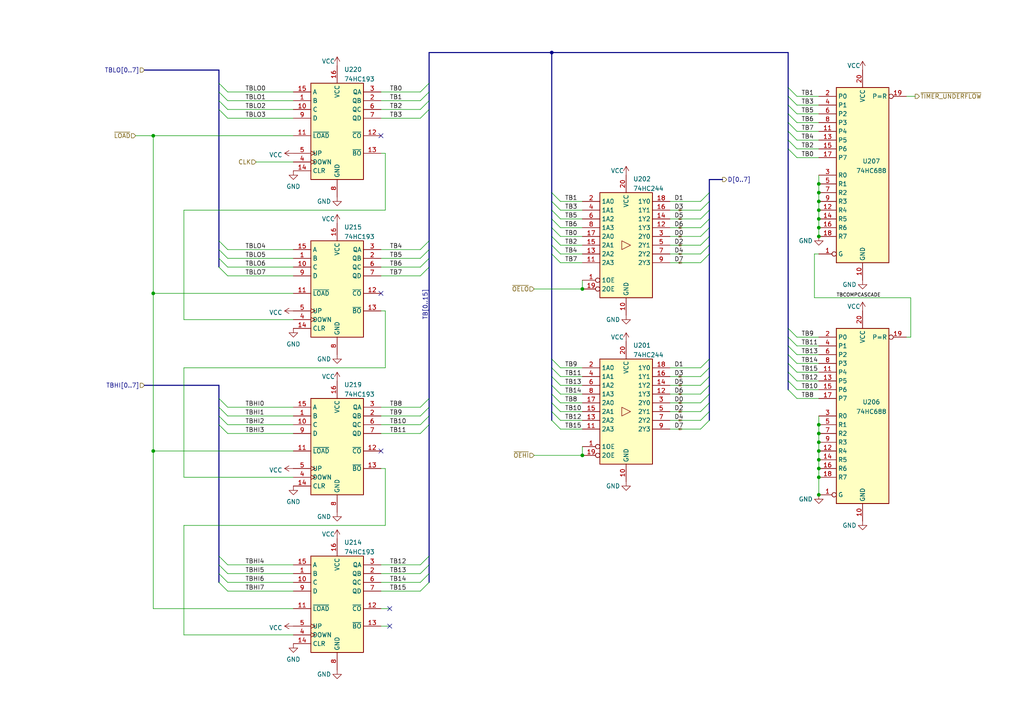
<source format=kicad_sch>
(kicad_sch (version 20211123) (generator eeschema)
  (paper "A4")
  (title_block (title "74HCT6526 Board 2") (date "2022-08-17") (rev "0.1") (company "Daniel Molina") (comment 1 "https://github.com/dmolinagarcia/74HCT6526"))
  (lib_symbols
    (symbol "74xx:74HC244"
      (property "Reference" "U" (at -7.62 16.51 0))
      (property "Value" "74HC244" (at -7.62 -16.51 0))
      (symbol "74HC244_1_0"
        (polyline (pts (xy 1.27 0) (xy -1.27 1.27) (xy -1.27 -1.27) (xy 1.27 0)) (stroke (width 0.1524)))
        (pin input inverted (at -12.7 -10.16 0) (length 5.08) (name "1OE") (number "1"))
        (pin power_in line (at 0 -20.32 90) (length 5.08) (name "GND") (number "10"))
        (pin input line (at -12.7 -5.08 0) (length 5.08) (name "2A3") (number "11"))
        (pin tri_state line (at 12.7 5.08 180) (length 5.08) (name "1Y3") (number "12"))
        (pin input line (at -12.7 -2.54 0) (length 5.08) (name "2A2") (number "13"))
        (pin tri_state line (at 12.7 7.62 180) (length 5.08) (name "1Y2") (number "14"))
        (pin input line (at -12.7 0 0) (length 5.08) (name "2A1") (number "15"))
        (pin tri_state line (at 12.7 10.16 180) (length 5.08) (name "1Y1") (number "16"))
        (pin input line (at -12.7 2.54 0) (length 5.08) (name "2A0") (number "17"))
        (pin tri_state line (at 12.7 12.7 180) (length 5.08) (name "1Y0") (number "18"))
        (pin input inverted (at -12.7 -12.7 0) (length 5.08) (name "2OE") (number "19"))
        (pin input line (at -12.7 12.7 0) (length 5.08) (name "1A0") (number "2"))
        (pin power_in line (at 0 20.32 270) (length 5.08) (name "VCC") (number "20"))
        (pin tri_state line (at 12.7 2.54 180) (length 5.08) (name "2Y0") (number "3"))
        (pin input line (at -12.7 10.16 0) (length 5.08) (name "1A1") (number "4"))
        (pin tri_state line (at 12.7 0 180) (length 5.08) (name "2Y1") (number "5"))
        (pin input line (at -12.7 7.62 0) (length 5.08) (name "1A2") (number "6"))
        (pin tri_state line (at 12.7 -2.54 180) (length 5.08) (name "2Y2") (number "7"))
        (pin input line (at -12.7 5.08 0) (length 5.08) (name "1A3") (number "8"))
        (pin tri_state line (at 12.7 -5.08 180) (length 5.08) (name "2Y3") (number "9"))
      )
      (symbol "74HC244_1_1"
        (rectangle (start -7.62 15.24) (end 7.62 -15.24) (stroke (width 0.254)) (fill (type background)))
      )
    )
    (symbol "74xx:74HC688"
      (property "Reference" "U" (at -7.62 26.67 0))
      (property "Value" "74HC688" (at -7.62 -26.67 0))
      (symbol "74HC688_1_0"
        (pin input inverted (at -12.7 -22.86 0) (length 5.08) (name "G") (number "1"))
        (pin power_in line (at 0 -30.48 90) (length 5.08) (name "GND") (number "10"))
        (pin input line (at -12.7 12.7 0) (length 5.08) (name "P4") (number "11"))
        (pin input line (at -12.7 -10.16 0) (length 5.08) (name "R4") (number "12"))
        (pin input line (at -12.7 10.16 0) (length 5.08) (name "P5") (number "13"))
        (pin input line (at -12.7 -12.7 0) (length 5.08) (name "R5") (number "14"))
        (pin input line (at -12.7 7.62 0) (length 5.08) (name "P6") (number "15"))
        (pin input line (at -12.7 -15.24 0) (length 5.08) (name "R6") (number "16"))
        (pin input line (at -12.7 5.08 0) (length 5.08) (name "P7") (number "17"))
        (pin input line (at -12.7 -17.78 0) (length 5.08) (name "R7") (number "18"))
        (pin output inverted (at 12.7 22.86 180) (length 5.08) (name "P=R") (number "19"))
        (pin input line (at -12.7 22.86 0) (length 5.08) (name "P0") (number "2"))
        (pin power_in line (at 0 30.48 270) (length 5.08) (name "VCC") (number "20"))
        (pin input line (at -12.7 0 0) (length 5.08) (name "R0") (number "3"))
        (pin input line (at -12.7 20.32 0) (length 5.08) (name "P1") (number "4"))
        (pin input line (at -12.7 -2.54 0) (length 5.08) (name "R1") (number "5"))
        (pin input line (at -12.7 17.78 0) (length 5.08) (name "P2") (number "6"))
        (pin input line (at -12.7 -5.08 0) (length 5.08) (name "R2") (number "7"))
        (pin input line (at -12.7 15.24 0) (length 5.08) (name "P3") (number "8"))
        (pin input line (at -12.7 -7.62 0) (length 5.08) (name "R3") (number "9"))
      )
      (symbol "74HC688_1_1"
        (rectangle (start -7.62 25.4) (end 7.62 -25.4) (stroke (width 0.254)) (fill (type background)))
      )
    )
    (symbol "74xx:74LS193"
      (property "Reference" "U" (at -7.62 13.97 0))
      (property "Value" "74LS193" (at 5.08 13.97 0))
      (symbol "74LS193_1_0"
        (pin input line (at -12.7 7.62 0) (length 5.08) (name "B") (number "1"))
        (pin input line (at -12.7 5.08 0) (length 5.08) (name "C") (number "10"))
        (pin input line (at -12.7 -2.54 0) (length 5.08) (name "~{LOAD}") (number "11"))
        (pin output line (at 12.7 -2.54 180) (length 5.08) (name "~{CO}") (number "12"))
        (pin output line (at 12.7 -7.62 180) (length 5.08) (name "~{BO}") (number "13"))
        (pin input line (at -12.7 -12.7 0) (length 5.08) (name "CLR") (number "14"))
        (pin input line (at -12.7 10.16 0) (length 5.08) (name "A") (number "15"))
        (pin power_in line (at 0 17.78 270) (length 5.08) (name "VCC") (number "16"))
        (pin output line (at 12.7 7.62 180) (length 5.08) (name "QB") (number "2"))
        (pin output line (at 12.7 10.16 180) (length 5.08) (name "QA") (number "3"))
        (pin input clock (at -12.7 -10.16 0) (length 5.08) (name "DOWN") (number "4"))
        (pin input clock (at -12.7 -7.62 0) (length 5.08) (name "UP") (number "5"))
        (pin output line (at 12.7 5.08 180) (length 5.08) (name "QC") (number "6"))
        (pin output line (at 12.7 2.54 180) (length 5.08) (name "QD") (number "7"))
        (pin power_in line (at 0 -20.32 90) (length 5.08) (name "GND") (number "8"))
        (pin input line (at -12.7 2.54 0) (length 5.08) (name "D") (number "9"))
      )
      (symbol "74LS193_1_1"
        (rectangle (start -7.62 12.7) (end 7.62 -15.24) (stroke (width 0.254)) (fill (type background)))
      )
    )
    (symbol "power:GND" (power) (pin_names (offset 0))
      (property "Value" "GND" (at 0 -3.81 0))
      (symbol "GND_0_1"
        (polyline (pts (xy 0 0) (xy 0 -1.27) (xy 1.27 -1.27) (xy 0 -2.54) (xy -1.27 -1.27) (xy 0 -1.27)))
      )
      (symbol "GND_1_1"
        (pin power_in line (at 0 0 270) (length 0) hide (name "GND") (number "1"))
      )
    )
    (symbol "power:VCC" (power) (pin_names (offset 0))
      (property "Value" "VCC" (at 0 3.81 0))
      (symbol "VCC_0_1"
        (polyline (pts (xy -0.762 1.27) (xy 0 2.54)))
        (polyline (pts (xy 0 0) (xy 0 2.54)))
        (polyline (pts (xy 0 2.54) (xy 0.762 1.27)))
      )
      (symbol "VCC_1_1"
        (pin power_in line (at 0 0 90) (length 0) hide (name "VCC") (number "1"))
      )
    )
  )
  (junction (at 237.49 133.35))
  (junction (at 237.49 125.73))
  (junction (at 160.02 15.24))
  (junction (at 237.49 123.19))
  (junction (at 44.45 39.37))
  (junction (at 44.45 130.81))
  (junction (at 237.49 55.88))
  (junction (at 237.49 143.51))
  (junction (at 237.49 138.43))
  (junction (at 44.45 85.09))
  (junction (at 237.49 66.04))
  (junction (at 237.49 130.81))
  (junction (at 168.91 83.82))
  (junction (at 237.49 68.58))
  (junction (at 237.49 63.5))
  (junction (at 237.49 60.96))
  (junction (at 237.49 135.89))
  (junction (at 237.49 58.42))
  (junction (at 237.49 128.27))
  (junction (at 168.91 132.08))
  (junction (at 237.49 53.34))
  (no_connect (at 113.03 181.61))
  (no_connect (at 110.49 39.37))
  (no_connect (at 113.03 176.53))
  (no_connect (at 110.49 85.09))
  (no_connect (at 110.49 130.81))
  (bus_entry (at 203.2 111.76) (size 2.54 -2.54))
  (bus_entry (at 124.46 161.29) (size -2.54 2.54))
  (bus_entry (at 160.02 58.42) (size 2.54 2.54))
  (bus_entry (at 160.02 68.58) (size 2.54 2.54))
  (bus_entry (at 228.6 25.4) (size 2.54 2.54))
  (bus_entry (at 203.2 109.22) (size 2.54 -2.54))
  (bus_entry (at 160.02 109.22) (size 2.54 2.54))
  (bus_entry (at 228.6 105.41) (size 2.54 2.54))
  (bus_entry (at 228.6 95.25) (size 2.54 2.54))
  (bus_entry (at 203.2 106.68) (size 2.54 -2.54))
  (bus_entry (at 228.6 113.03) (size 2.54 2.54))
  (bus_entry (at 203.2 119.38) (size 2.54 -2.54))
  (bus_entry (at 160.02 111.76) (size 2.54 2.54))
  (bus_entry (at 203.2 124.46) (size 2.54 -2.54))
  (bus_entry (at 124.46 168.91) (size -2.54 2.54))
  (bus_entry (at 160.02 66.04) (size 2.54 2.54))
  (bus_entry (at 228.6 102.87) (size 2.54 2.54))
  (bus_entry (at 124.46 123.19) (size -2.54 2.54))
  (bus_entry (at 228.6 100.33) (size 2.54 2.54))
  (bus_entry (at 124.46 31.75) (size -2.54 2.54))
  (bus_entry (at 124.46 29.21) (size -2.54 2.54))
  (bus_entry (at 124.46 26.67) (size -2.54 2.54))
  (bus_entry (at 124.46 24.13) (size -2.54 2.54))
  (bus_entry (at 228.6 107.95) (size 2.54 2.54))
  (bus_entry (at 228.6 40.64) (size 2.54 2.54))
  (bus_entry (at 124.46 72.39) (size -2.54 2.54))
  (bus_entry (at 203.2 63.5) (size 2.54 -2.54))
  (bus_entry (at 203.2 60.96) (size 2.54 -2.54))
  (bus_entry (at 203.2 58.42) (size 2.54 -2.54))
  (bus_entry (at 203.2 76.2) (size 2.54 -2.54))
  (bus_entry (at 203.2 73.66) (size 2.54 -2.54))
  (bus_entry (at 203.2 71.12) (size 2.54 -2.54))
  (bus_entry (at 203.2 66.04) (size 2.54 -2.54))
  (bus_entry (at 203.2 68.58) (size 2.54 -2.54))
  (bus_entry (at 160.02 114.3) (size 2.54 2.54))
  (bus_entry (at 124.46 118.11) (size -2.54 2.54))
  (bus_entry (at 203.2 116.84) (size 2.54 -2.54))
  (bus_entry (at 160.02 121.92) (size 2.54 2.54))
  (bus_entry (at 124.46 77.47) (size -2.54 2.54))
  (bus_entry (at 203.2 114.3) (size 2.54 -2.54))
  (bus_entry (at 228.6 35.56) (size 2.54 2.54))
  (bus_entry (at 228.6 38.1) (size 2.54 2.54))
  (bus_entry (at 160.02 106.68) (size 2.54 2.54))
  (bus_entry (at 160.02 119.38) (size 2.54 2.54))
  (bus_entry (at 228.6 27.94) (size 2.54 2.54))
  (bus_entry (at 160.02 63.5) (size 2.54 2.54))
  (bus_entry (at 228.6 30.48) (size 2.54 2.54))
  (bus_entry (at 124.46 115.57) (size -2.54 2.54))
  (bus_entry (at 160.02 55.88) (size 2.54 2.54))
  (bus_entry (at 124.46 120.65) (size -2.54 2.54))
  (bus_entry (at 160.02 116.84) (size 2.54 2.54))
  (bus_entry (at 124.46 69.85) (size -2.54 2.54))
  (bus_entry (at 160.02 73.66) (size 2.54 2.54))
  (bus_entry (at 228.6 110.49) (size 2.54 2.54))
  (bus_entry (at 63.5 168.91) (size 2.54 2.54))
  (bus_entry (at 63.5 166.37) (size 2.54 2.54))
  (bus_entry (at 63.5 163.83) (size 2.54 2.54))
  (bus_entry (at 63.5 161.29) (size 2.54 2.54))
  (bus_entry (at 63.5 115.57) (size 2.54 2.54))
  (bus_entry (at 63.5 118.11) (size 2.54 2.54))
  (bus_entry (at 63.5 120.65) (size 2.54 2.54))
  (bus_entry (at 63.5 123.19) (size 2.54 2.54))
  (bus_entry (at 63.5 77.47) (size 2.54 2.54))
  (bus_entry (at 63.5 74.93) (size 2.54 2.54))
  (bus_entry (at 63.5 24.13) (size 2.54 2.54))
  (bus_entry (at 63.5 26.67) (size 2.54 2.54))
  (bus_entry (at 63.5 29.21) (size 2.54 2.54))
  (bus_entry (at 63.5 31.75) (size 2.54 2.54))
  (bus_entry (at 63.5 72.39) (size 2.54 2.54))
  (bus_entry (at 63.5 69.85) (size 2.54 2.54))
  (bus_entry (at 160.02 60.96) (size 2.54 2.54))
  (bus_entry (at 124.46 163.83) (size -2.54 2.54))
  (bus_entry (at 160.02 104.14) (size 2.54 2.54))
  (bus_entry (at 203.2 121.92) (size 2.54 -2.54))
  (bus_entry (at 160.02 71.12) (size 2.54 2.54))
  (bus_entry (at 228.6 33.02) (size 2.54 2.54))
  (bus_entry (at 228.6 43.18) (size 2.54 2.54))
  (bus_entry (at 124.46 166.37) (size -2.54 2.54))
  (bus_entry (at 124.46 74.93) (size -2.54 2.54))
  (bus_entry (at 228.6 97.79) (size 2.54 2.54))
  (bus (pts (xy 228.6 33.02) (xy 228.6 35.56)))
  (bus (pts (xy 205.74 71.12) (xy 205.74 73.66)))
  (wire (pts (xy 53.34 60.96) (xy 111.76 60.96)))
  (wire (pts (xy 66.04 120.65) (xy 85.09 120.65)))
  (wire (pts (xy 194.31 106.68) (xy 203.2 106.68)))
  (wire (pts (xy 231.14 100.33) (xy 237.49 100.33)))
  (wire (pts (xy 162.56 73.66) (xy 168.91 73.66)))
  (bus (pts (xy 41.91 111.76) (xy 63.5 111.76)))
  (wire (pts (xy 231.14 102.87) (xy 237.49 102.87)))
  (bus (pts (xy 63.5 120.65) (xy 63.5 123.19)))
  (wire (pts (xy 231.14 110.49) (xy 237.49 110.49)))
  (bus (pts (xy 124.46 29.21) (xy 124.46 26.67)))
  (wire (pts (xy 53.34 92.71) (xy 53.34 60.96)))
  (wire (pts (xy 110.49 123.19) (xy 121.92 123.19)))
  (bus (pts (xy 124.46 118.11) (xy 124.46 115.57)))
  (wire (pts (xy 162.56 71.12) (xy 168.91 71.12)))
  (bus (pts (xy 63.5 166.37) (xy 63.5 168.91)))
  (wire (pts (xy 194.31 76.2) (xy 203.2 76.2)))
  (wire (pts (xy 237.49 63.5) (xy 237.49 66.04)))
  (wire (pts (xy 53.34 106.68) (xy 53.34 138.43)))
  (wire (pts (xy 194.31 121.92) (xy 203.2 121.92)))
  (wire (pts (xy 162.56 106.68) (xy 168.91 106.68)))
  (bus (pts (xy 63.5 69.85) (xy 63.5 72.39)))
  (wire (pts (xy 44.45 85.09) (xy 44.45 130.81)))
  (bus (pts (xy 160.02 68.58) (xy 160.02 71.12)))
  (wire (pts (xy 237.49 135.89) (xy 237.49 138.43)))
  (wire (pts (xy 237.49 120.65) (xy 237.49 123.19)))
  (bus (pts (xy 124.46 15.24) (xy 160.02 15.24)))
  (wire (pts (xy 111.76 44.45) (xy 110.49 44.45)))
  (wire (pts (xy 237.49 125.73) (xy 237.49 128.27)))
  (wire (pts (xy 66.04 31.75) (xy 85.09 31.75)))
  (wire (pts (xy 194.31 71.12) (xy 203.2 71.12)))
  (wire (pts (xy 66.04 29.21) (xy 85.09 29.21)))
  (wire (pts (xy 231.14 27.94) (xy 237.49 27.94)))
  (wire (pts (xy 66.04 125.73) (xy 85.09 125.73)))
  (wire (pts (xy 237.49 133.35) (xy 237.49 135.89)))
  (wire (pts (xy 110.49 72.39) (xy 121.92 72.39)))
  (wire (pts (xy 111.76 90.17) (xy 111.76 106.68)))
  (wire (pts (xy 194.31 116.84) (xy 203.2 116.84)))
  (wire (pts (xy 194.31 66.04) (xy 203.2 66.04)))
  (bus (pts (xy 160.02 71.12) (xy 160.02 73.66)))
  (bus (pts (xy 205.74 58.42) (xy 205.74 60.96)))
  (wire (pts (xy 110.49 118.11) (xy 121.92 118.11)))
  (wire (pts (xy 111.76 106.68) (xy 53.34 106.68)))
  (wire (pts (xy 264.16 86.36) (xy 236.22 86.36)))
  (wire (pts (xy 162.56 63.5) (xy 168.91 63.5)))
  (bus (pts (xy 124.46 168.91) (xy 124.46 166.37)))
  (bus (pts (xy 205.74 106.68) (xy 205.74 109.22)))
  (wire (pts (xy 66.04 34.29) (xy 85.09 34.29)))
  (wire (pts (xy 110.49 166.37) (xy 121.92 166.37)))
  (wire (pts (xy 236.22 86.36) (xy 236.22 73.66)))
  (wire (pts (xy 110.49 77.47) (xy 121.92 77.47)))
  (wire (pts (xy 231.14 105.41) (xy 237.49 105.41)))
  (wire (pts (xy 44.45 130.81) (xy 85.09 130.81)))
  (wire (pts (xy 237.49 60.96) (xy 237.49 63.5)))
  (bus (pts (xy 124.46 115.57) (xy 124.46 77.47)))
  (bus (pts (xy 63.5 115.57) (xy 63.5 118.11)))
  (bus (pts (xy 205.74 66.04) (xy 205.74 68.58)))
  (wire (pts (xy 231.14 45.72) (xy 237.49 45.72)))
  (bus (pts (xy 205.74 55.88) (xy 205.74 58.42)))
  (bus (pts (xy 228.6 25.4) (xy 228.6 27.94)))
  (wire (pts (xy 194.31 73.66) (xy 203.2 73.66)))
  (bus (pts (xy 124.46 69.85) (xy 124.46 31.75)))
  (wire (pts (xy 194.31 63.5) (xy 203.2 63.5)))
  (wire (pts (xy 111.76 135.89) (xy 110.49 135.89)))
  (bus (pts (xy 228.6 30.48) (xy 228.6 33.02)))
  (wire (pts (xy 66.04 118.11) (xy 85.09 118.11)))
  (wire (pts (xy 110.49 120.65) (xy 121.92 120.65)))
  (wire (pts (xy 110.49 34.29) (xy 121.92 34.29)))
  (wire (pts (xy 194.31 124.46) (xy 203.2 124.46)))
  (bus (pts (xy 124.46 120.65) (xy 124.46 118.11)))
  (wire (pts (xy 194.31 119.38) (xy 203.2 119.38)))
  (bus (pts (xy 160.02 111.76) (xy 160.02 114.3)))
  (bus (pts (xy 63.5 74.93) (xy 63.5 77.47)))
  (wire (pts (xy 168.91 129.54) (xy 168.91 132.08)))
  (bus (pts (xy 124.46 31.75) (xy 124.46 29.21)))
  (bus (pts (xy 63.5 26.67) (xy 63.5 29.21)))
  (bus (pts (xy 160.02 15.24) (xy 160.02 55.88)))
  (bus (pts (xy 160.02 55.88) (xy 160.02 58.42)))
  (bus (pts (xy 41.91 20.32) (xy 63.5 20.32)))
  (bus (pts (xy 63.5 29.21) (xy 63.5 31.75)))
  (wire (pts (xy 162.56 109.22) (xy 168.91 109.22)))
  (wire (pts (xy 110.49 168.91) (xy 121.92 168.91)))
  (wire (pts (xy 44.45 39.37) (xy 85.09 39.37)))
  (wire (pts (xy 66.04 163.83) (xy 85.09 163.83)))
  (bus (pts (xy 124.46 123.19) (xy 124.46 120.65)))
  (wire (pts (xy 168.91 81.28) (xy 168.91 83.82)))
  (wire (pts (xy 53.34 138.43) (xy 85.09 138.43)))
  (wire (pts (xy 162.56 60.96) (xy 168.91 60.96)))
  (wire (pts (xy 237.49 123.19) (xy 237.49 125.73)))
  (wire (pts (xy 162.56 121.92) (xy 168.91 121.92)))
  (wire (pts (xy 231.14 43.18) (xy 237.49 43.18)))
  (bus (pts (xy 205.74 104.14) (xy 205.74 106.68)))
  (wire (pts (xy 162.56 58.42) (xy 168.91 58.42)))
  (bus (pts (xy 124.46 163.83) (xy 124.46 161.29)))
  (wire (pts (xy 66.04 80.01) (xy 85.09 80.01)))
  (bus (pts (xy 205.74 119.38) (xy 205.74 121.92)))
  (bus (pts (xy 160.02 58.42) (xy 160.02 60.96)))
  (bus (pts (xy 228.6 102.87) (xy 228.6 105.41)))
  (bus (pts (xy 205.74 116.84) (xy 205.74 119.38)))
  (bus (pts (xy 160.02 119.38) (xy 160.02 121.92)))
  (bus (pts (xy 63.5 163.83) (xy 63.5 166.37)))
  (bus (pts (xy 63.5 123.19) (xy 63.5 161.29)))
  (bus (pts (xy 228.6 15.24) (xy 228.6 25.4)))
  (wire (pts (xy 194.31 109.22) (xy 203.2 109.22)))
  (wire (pts (xy 66.04 26.67) (xy 85.09 26.67)))
  (wire (pts (xy 53.34 152.4) (xy 53.34 184.15)))
  (wire (pts (xy 262.89 97.79) (xy 264.16 97.79)))
  (wire (pts (xy 39.37 39.37) (xy 44.45 39.37)))
  (bus (pts (xy 160.02 73.66) (xy 160.02 104.14)))
  (bus (pts (xy 209.55 52.07) (xy 205.74 52.07)))
  (bus (pts (xy 228.6 110.49) (xy 228.6 113.03)))
  (wire (pts (xy 66.04 72.39) (xy 85.09 72.39)))
  (bus (pts (xy 63.5 20.32) (xy 63.5 24.13)))
  (bus (pts (xy 160.02 116.84) (xy 160.02 119.38)))
  (wire (pts (xy 154.94 83.82) (xy 168.91 83.82)))
  (wire (pts (xy 113.03 176.53) (xy 110.49 176.53)))
  (wire (pts (xy 162.56 66.04) (xy 168.91 66.04)))
  (wire (pts (xy 113.03 181.61) (xy 110.49 181.61)))
  (wire (pts (xy 44.45 176.53) (xy 85.09 176.53)))
  (bus (pts (xy 228.6 105.41) (xy 228.6 107.95)))
  (wire (pts (xy 231.14 38.1) (xy 237.49 38.1)))
  (bus (pts (xy 160.02 106.68) (xy 160.02 109.22)))
  (wire (pts (xy 44.45 130.81) (xy 44.45 176.53)))
  (wire (pts (xy 66.04 166.37) (xy 85.09 166.37)))
  (bus (pts (xy 228.6 100.33) (xy 228.6 102.87)))
  (wire (pts (xy 110.49 80.01) (xy 121.92 80.01)))
  (wire (pts (xy 264.16 97.79) (xy 264.16 86.36)))
  (bus (pts (xy 205.74 60.96) (xy 205.74 63.5)))
  (bus (pts (xy 160.02 109.22) (xy 160.02 111.76)))
  (wire (pts (xy 231.14 115.57) (xy 237.49 115.57)))
  (bus (pts (xy 160.02 114.3) (xy 160.02 116.84)))
  (bus (pts (xy 205.74 114.3) (xy 205.74 116.84)))
  (wire (pts (xy 237.49 58.42) (xy 237.49 60.96)))
  (wire (pts (xy 110.49 171.45) (xy 121.92 171.45)))
  (bus (pts (xy 205.74 109.22) (xy 205.74 111.76)))
  (wire (pts (xy 110.49 163.83) (xy 121.92 163.83)))
  (bus (pts (xy 205.74 52.07) (xy 205.74 55.88)))
  (bus (pts (xy 228.6 35.56) (xy 228.6 38.1)))
  (wire (pts (xy 162.56 114.3) (xy 168.91 114.3)))
  (bus (pts (xy 124.46 24.13) (xy 124.46 15.24)))
  (wire (pts (xy 66.04 77.47) (xy 85.09 77.47)))
  (bus (pts (xy 63.5 31.75) (xy 63.5 69.85)))
  (bus (pts (xy 228.6 27.94) (xy 228.6 30.48)))
  (bus (pts (xy 124.46 161.29) (xy 124.46 123.19)))
  (wire (pts (xy 162.56 124.46) (xy 168.91 124.46)))
  (wire (pts (xy 110.49 31.75) (xy 121.92 31.75)))
  (wire (pts (xy 265.43 27.94) (xy 262.89 27.94)))
  (wire (pts (xy 194.31 114.3) (xy 203.2 114.3)))
  (bus (pts (xy 124.46 26.67) (xy 124.46 24.13)))
  (wire (pts (xy 194.31 111.76) (xy 203.2 111.76)))
  (wire (pts (xy 110.49 29.21) (xy 121.92 29.21)))
  (bus (pts (xy 205.74 73.66) (xy 205.74 104.14)))
  (bus (pts (xy 228.6 107.95) (xy 228.6 110.49)))
  (wire (pts (xy 66.04 74.93) (xy 85.09 74.93)))
  (wire (pts (xy 231.14 33.02) (xy 237.49 33.02)))
  (bus (pts (xy 205.74 68.58) (xy 205.74 71.12)))
  (bus (pts (xy 228.6 40.64) (xy 228.6 43.18)))
  (bus (pts (xy 160.02 15.24) (xy 228.6 15.24)))
  (bus (pts (xy 205.74 63.5) (xy 205.74 66.04)))
  (wire (pts (xy 231.14 35.56) (xy 237.49 35.56)))
  (wire (pts (xy 162.56 111.76) (xy 168.91 111.76)))
  (bus (pts (xy 160.02 60.96) (xy 160.02 63.5)))
  (wire (pts (xy 74.295 46.99) (xy 85.09 46.99)))
  (wire (pts (xy 162.56 68.58) (xy 168.91 68.58)))
  (wire (pts (xy 110.49 74.93) (xy 121.92 74.93)))
  (wire (pts (xy 231.14 40.64) (xy 237.49 40.64)))
  (bus (pts (xy 228.6 43.18) (xy 228.6 95.25)))
  (bus (pts (xy 63.5 24.13) (xy 63.5 26.67)))
  (wire (pts (xy 231.14 30.48) (xy 237.49 30.48)))
  (bus (pts (xy 124.46 72.39) (xy 124.46 69.85)))
  (wire (pts (xy 194.31 60.96) (xy 203.2 60.96)))
  (wire (pts (xy 53.34 184.15) (xy 85.09 184.15)))
  (wire (pts (xy 66.04 123.19) (xy 85.09 123.19)))
  (wire (pts (xy 237.49 55.88) (xy 237.49 58.42)))
  (wire (pts (xy 66.04 171.45) (xy 85.09 171.45)))
  (wire (pts (xy 44.45 85.09) (xy 85.09 85.09)))
  (bus (pts (xy 228.6 38.1) (xy 228.6 40.64)))
  (bus (pts (xy 124.46 74.93) (xy 124.46 72.39)))
  (wire (pts (xy 154.94 132.08) (xy 168.91 132.08)))
  (wire (pts (xy 162.56 116.84) (xy 168.91 116.84)))
  (bus (pts (xy 205.74 111.76) (xy 205.74 114.3)))
  (wire (pts (xy 237.49 50.8) (xy 237.49 53.34)))
  (wire (pts (xy 237.49 53.34) (xy 237.49 55.88)))
  (wire (pts (xy 231.14 107.95) (xy 237.49 107.95)))
  (wire (pts (xy 194.31 58.42) (xy 203.2 58.42)))
  (bus (pts (xy 63.5 111.76) (xy 63.5 115.57)))
  (wire (pts (xy 231.14 113.03) (xy 237.49 113.03)))
  (wire (pts (xy 111.76 90.17) (xy 110.49 90.17)))
  (wire (pts (xy 194.31 68.58) (xy 203.2 68.58)))
  (wire (pts (xy 111.76 152.4) (xy 53.34 152.4)))
  (bus (pts (xy 228.6 97.79) (xy 228.6 100.33)))
  (wire (pts (xy 237.49 130.81) (xy 237.49 133.35)))
  (bus (pts (xy 124.46 77.47) (xy 124.46 74.93)))
  (wire (pts (xy 111.76 135.89) (xy 111.76 152.4)))
  (bus (pts (xy 228.6 95.25) (xy 228.6 97.79)))
  (bus (pts (xy 63.5 118.11) (xy 63.5 120.65)))
  (wire (pts (xy 110.49 125.73) (xy 121.92 125.73)))
  (bus (pts (xy 160.02 104.14) (xy 160.02 106.68)))
  (wire (pts (xy 236.22 73.66) (xy 237.49 73.66)))
  (wire (pts (xy 237.49 128.27) (xy 237.49 130.81)))
  (wire (pts (xy 111.76 60.96) (xy 111.76 44.45)))
  (bus (pts (xy 160.02 66.04) (xy 160.02 68.58)))
  (wire (pts (xy 237.49 138.43) (xy 237.49 143.51)))
  (bus (pts (xy 63.5 161.29) (xy 63.5 163.83)))
  (wire (pts (xy 237.49 66.04) (xy 237.49 68.58)))
  (wire (pts (xy 231.14 97.79) (xy 237.49 97.79)))
  (wire (pts (xy 66.04 168.91) (xy 85.09 168.91)))
  (bus (pts (xy 63.5 72.39) (xy 63.5 74.93)))
  (wire (pts (xy 162.56 119.38) (xy 168.91 119.38)))
  (wire (pts (xy 110.49 26.67) (xy 121.92 26.67)))
  (bus (pts (xy 124.46 166.37) (xy 124.46 163.83)))
  (bus (pts (xy 160.02 63.5) (xy 160.02 66.04)))
  (wire (pts (xy 162.56 76.2) (xy 168.91 76.2)))
  (wire (pts (xy 44.45 39.37) (xy 44.45 85.09)))
  (wire (pts (xy 85.09 92.71) (xy 53.34 92.71)))
  (label "TB[0..15]" (at 124.46 92.71 90))
  (label "TBHI1" (at 71.12 120.65 0))
  (label "TBHI2" (at 71.12 123.19 0))
  (label "TB10" (at 113.03 123.19 0))
  (label "D0" (at 195.58 116.84 0))
  (label "TB7" (at 163.83 76.2 0))
  (label "TB7" (at 113.03 80.01 0))
  (label "TB2" (at 232.41 43.18 0))
  (label "TB3" (at 232.41 30.48 0))
  (label "TBHI3" (at 71.12 125.73 0))
  (label "TBLO0" (at 71.12 26.67 0))
  (label "TB0" (at 232.41 45.72 0))
  (label "TBCOMPCASCADE" (at 242.57 86.36 0) (effects (font (size 1.016 1.016))))
  (label "TBLO7" (at 71.12 80.01 0))
  (label "TBLO5" (at 71.12 74.93 0))
  (label "TB1" (at 113.03 29.21 0))
  (label "TBLO2" (at 71.12 31.75 0))
  (label "TB3" (at 113.03 34.29 0))
  (label "TBHI6" (at 71.12 168.91 0))
  (label "TB8" (at 163.83 116.84 0))
  (label "TB8" (at 113.03 118.11 0))
  (label "TB11" (at 163.83 109.22 0))
  (label "D3" (at 195.58 60.96 0))
  (label "TB4" (at 113.03 72.39 0))
  (label "TB2" (at 163.83 71.12 0))
  (label "TB10" (at 163.83 119.38 0))
  (label "D2" (at 195.58 71.12 0))
  (label "D7" (at 195.58 124.46 0))
  (label "TB0" (at 163.83 68.58 0))
  (label "TBHI7" (at 71.12 171.45 0))
  (label "D5" (at 195.58 111.76 0))
  (label "TBLO6" (at 71.12 77.47 0))
  (label "TB1" (at 232.41 27.94 0))
  (label "D6" (at 195.58 66.04 0))
  (label "TBHI0" (at 71.12 118.11 0))
  (label "D4" (at 195.58 73.66 0))
  (label "TB5" (at 232.41 33.02 0))
  (label "TB4" (at 232.41 40.64 0))
  (label "TB12" (at 232.41 110.49 0))
  (label "D3" (at 195.58 109.22 0))
  (label "TB15" (at 113.03 171.45 0))
  (label "TBHI5" (at 71.12 166.37 0))
  (label "TBLO1" (at 71.12 29.21 0))
  (label "TBLO3" (at 71.12 34.29 0))
  (label "TB14" (at 232.41 105.41 0))
  (label "TB11" (at 232.41 100.33 0))
  (label "TB0" (at 113.03 26.67 0))
  (label "TB13" (at 232.41 102.87 0))
  (label "D0" (at 195.58 68.58 0))
  (label "TB14" (at 113.03 168.91 0))
  (label "TB15" (at 163.83 124.46 0))
  (label "TB5" (at 113.03 74.93 0))
  (label "TB13" (at 113.03 166.37 0))
  (label "TB9" (at 232.41 97.79 0))
  (label "TB2" (at 113.03 31.75 0))
  (label "TB13" (at 163.83 111.76 0))
  (label "D1" (at 195.58 106.68 0))
  (label "TB9" (at 113.03 120.65 0))
  (label "TB7" (at 232.41 38.1 0))
  (label "TB14" (at 163.83 114.3 0))
  (label "TB6" (at 163.83 66.04 0))
  (label "TB5" (at 163.83 63.5 0))
  (label "TB10" (at 232.41 113.03 0))
  (label "TB6" (at 232.41 35.56 0))
  (label "D1" (at 195.58 58.42 0))
  (label "D5" (at 195.58 63.5 0))
  (label "TB9" (at 163.83 106.68 0))
  (label "TB3" (at 163.83 60.96 0))
  (label "TBHI4" (at 71.12 163.83 0))
  (label "D6" (at 195.58 114.3 0))
  (label "TB6" (at 113.03 77.47 0))
  (label "TB1" (at 163.83 58.42 0))
  (label "TB4" (at 163.83 73.66 0))
  (label "TB8" (at 232.41 115.57 0))
  (label "TB15" (at 232.41 107.95 0))
  (label "TB11" (at 113.03 125.73 0))
  (label "D2" (at 195.58 119.38 0))
  (label "D7" (at 195.58 76.2 0))
  (label "D4" (at 195.58 121.92 0))
  (label "TBLO4" (at 71.12 72.39 0))
  (label "TB12" (at 163.83 121.92 0))
  (label "TB12" (at 113.03 163.83 0))
  (global_label "D0" (shape output) (at 196.85 116.84 0) (effects (font (size 0.254 0.254))) (property "Intersheet References" "${INTERSHEET_REFS}" (effects hide)))
  (global_label "D2" (shape output) (at 196.85 71.12 0) (effects (font (size 0.254 0.254))) (property "Intersheet References" "${INTERSHEET_REFS}" (effects hide)))
  (global_label "D3" (shape output) (at 196.85 109.22 0) (effects (font (size 0.254 0.254))) (property "Intersheet References" "${INTERSHEET_REFS}" (effects hide)))
  (global_label "D2" (shape output) (at 196.85 119.38 0) (effects (font (size 0.254 0.254))) (property "Intersheet References" "${INTERSHEET_REFS}" (effects hide)))
  (global_label "D6" (shape output) (at 196.85 66.04 0) (effects (font (size 0.254 0.254))) (property "Intersheet References" "${INTERSHEET_REFS}" (effects hide)))
  (global_label "D6" (shape output) (at 196.85 114.3 0) (effects (font (size 0.254 0.254))) (property "Intersheet References" "${INTERSHEET_REFS}" (effects hide)))
  (global_label "D7" (shape output) (at 196.85 76.2 0) (effects (font (size 0.254 0.254))) (property "Intersheet References" "${INTERSHEET_REFS}" (effects hide)))
  (global_label "D0" (shape output) (at 196.85 68.58 0) (effects (font (size 0.254 0.254))) (property "Intersheet References" "${INTERSHEET_REFS}" (effects hide)))
  (global_label "D7" (shape output) (at 196.85 124.46 0) (effects (font (size 0.254 0.254))) (property "Intersheet References" "${INTERSHEET_REFS}" (effects hide)))
  (global_label "D5" (shape output) (at 196.85 111.76 0) (effects (font (size 0.254 0.254))) (property "Intersheet References" "${INTERSHEET_REFS}" (effects hide)))
  (global_label "D4" (shape output) (at 196.85 121.92 0) (effects (font (size 0.254 0.254))) (property "Intersheet References" "${INTERSHEET_REFS}" (effects hide)))
  (global_label "D3" (shape output) (at 196.85 60.96 0) (effects (font (size 0.254 0.254))) (property "Intersheet References" "${INTERSHEET_REFS}" (effects hide)))
  (global_label "D4" (shape output) (at 196.85 73.66 0) (effects (font (size 0.254 0.254))) (property "Intersheet References" "${INTERSHEET_REFS}" (effects hide)))
  (global_label "D5" (shape output) (at 196.85 63.5 0) (effects (font (size 0.254 0.254))) (property "Intersheet References" "${INTERSHEET_REFS}" (effects hide)))
  (hierarchical_label "CLK" (shape input) (at 74.295 46.99 180))
  (hierarchical_label "~{LOAD}" (shape input) (at 39.37 39.37 180))
  (hierarchical_label "~{TIMER_UNDERFLOW}" (shape output) (at 265.43 27.94 0))
  (hierarchical_label "~{OEHI}" (shape input) (at 154.94 132.08 180))
  (hierarchical_label "TBHI[0..7]" (shape input) (at 41.91 111.76 180))
  (hierarchical_label "~{OELO}" (shape input) (at 154.94 83.82 180))
  (hierarchical_label "TBLO[0..7]" (shape input) (at 41.91 20.32 180))
  (hierarchical_label "D[0..7]" (shape output) (at 209.55 52.07 0))
  (symbol (lib_id "power:VCC") (at 85.09 90.17 90) (unit 1)
    (property "Reference" "#PWR0344" (effects hide))
    (property "Value" "VCC" (at 81.915 90.649 90) (effects (justify left)))
  )
  (symbol (lib_id "power:GND") (at 85.09 140.97 0) (unit 1)
    (property "Reference" "#PWR0347" (effects hide))
    (property "Value" "GND" (at 85.09 145.5325 0))
  )
  (symbol (lib_id "power:VCC") (at 97.79 19.05 0) (unit 1)
    (property "Reference" "#PWR0350" (effects hide))
    (property "Value" "VCC" (at 95.25 17.78 0))
  )
  (symbol (lib_id "power:GND") (at 181.61 139.7 0) (unit 1)
    (property "Reference" "#PWR0361" (effects hide))
    (property "Value" "GND" (at 177.8 140.97 0))
  )
  (symbol (lib_id "power:GND") (at 181.61 91.44 0) (unit 1)
    (property "Reference" "#PWR0359" (effects hide))
    (property "Value" "GND" (at 177.8 92.71 0))
  )
  (symbol (lib_id "74xx:74LS193") (at 97.79 173.99 0) (unit 1)
    (property "Reference" "U214" (at 99.8094 157.3235 0) (effects (justify left)))
    (property "Value" "74HC193" (at 99.8094 160.0986 0) (effects (justify left)))
    (property "Footprint" "Package_SO:SOIC-16_3.9x9.9mm_P1.27mm" (effects hide))
    (property "Datasheet" "http://www.ti.com/lit/ds/symlink/sn74ls193.pdf" (effects hide))
  )
  (symbol (lib_id "power:GND") (at 237.49 143.51 0) (unit 1)
    (property "Reference" "#PWR0363" (effects hide))
    (property "Value" "GND" (at 233.68 144.78 0))
  )
  (symbol (lib_id "power:VCC") (at 181.61 50.8 0) (unit 1)
    (property "Reference" "#PWR0358" (effects hide))
    (property "Value" "VCC" (at 179.07 49.53 0))
  )
  (symbol (lib_id "74xx:74HC244") (at 181.61 119.38 0) (unit 1)
    (property "Reference" "U201" (at 183.6294 100.1735 0) (effects (justify left)))
    (property "Value" "74HC244" (at 183.6294 102.9486 0) (effects (justify left)))
    (property "Footprint" "Package_SO:SOIC-20W_7.5x12.8mm_P1.27mm" (effects hide))
    (property "Datasheet" "https://assets.nexperia.com/documents/data-sheet/74HC_HCT244.pdf" (effects hide))
  )
  (symbol (lib_id "power:VCC") (at 97.79 110.49 0) (unit 1)
    (property "Reference" "#PWR0354" (effects hide))
    (property "Value" "VCC" (at 95.25 109.22 0))
  )
  (symbol (lib_id "74xx:74HC244") (at 181.61 71.12 0) (unit 1)
    (property "Reference" "U202" (at 183.6294 51.9135 0) (effects (justify left)))
    (property "Value" "74HC244" (at 183.6294 54.6886 0) (effects (justify left)))
    (property "Footprint" "Package_SO:SOIC-20W_7.5x12.8mm_P1.27mm" (effects hide))
    (property "Datasheet" "https://assets.nexperia.com/documents/data-sheet/74HC_HCT244.pdf" (effects hide))
  )
  (symbol (lib_id "power:GND") (at 237.49 68.58 0) (unit 1)
    (property "Reference" "#PWR0362" (effects hide))
    (property "Value" "GND" (at 233.68 69.85 0))
  )
  (symbol (lib_id "power:VCC") (at 97.79 156.21 0) (unit 1)
    (property "Reference" "#PWR0356" (effects hide))
    (property "Value" "VCC" (at 95.25 154.94 0))
  )
  (symbol (lib_id "power:GND") (at 97.79 102.87 0) (unit 1)
    (property "Reference" "#PWR0353" (effects hide))
    (property "Value" "GND" (at 93.98 104.14 0))
  )
  (symbol (lib_id "power:VCC") (at 250.19 20.32 0) (unit 1)
    (property "Reference" "#PWR0364" (effects hide))
    (property "Value" "VCC" (at 247.65 19.05 0))
  )
  (symbol (lib_id "power:GND") (at 250.19 151.13 0) (unit 1)
    (property "Reference" "#PWR0367" (effects hide))
    (property "Value" "GND" (at 246.38 152.4 0))
  )
  (symbol (lib_id "power:GND") (at 85.09 186.69 0) (unit 1)
    (property "Reference" "#PWR0349" (effects hide))
    (property "Value" "GND" (at 85.09 191.2525 0))
  )
  (symbol (lib_id "power:GND") (at 97.79 194.31 0) (unit 1)
    (property "Reference" "#PWR0357" (effects hide))
    (property "Value" "GND" (at 93.98 195.58 0))
  )
  (symbol (lib_id "74xx:74HC688") (at 250.19 120.65 0) (unit 1)
    (property "Reference" "U206" (at 252.73 116.6049 0))
    (property "Value" "74HC688" (at 252.73 119.38 0))
    (property "Footprint" "Package_SO:SOIC-20W_7.5x12.8mm_P1.27mm" (effects hide))
    (property "Datasheet" "https://www.ti.com/lit/ds/symlink/cd54hc688.pdf" (effects hide))
  )
  (symbol (lib_id "power:VCC") (at 85.09 44.45 90) (unit 1)
    (property "Reference" "#PWR0342" (effects hide))
    (property "Value" "VCC" (at 81.915 44.929 90) (effects (justify left)))
  )
  (symbol (lib_id "power:VCC") (at 85.09 135.89 90) (unit 1)
    (property "Reference" "#PWR0346" (effects hide))
    (property "Value" "VCC" (at 81.915 136.369 90) (effects (justify left)))
  )
  (symbol (lib_id "power:GND") (at 85.09 95.25 0) (unit 1)
    (property "Reference" "#PWR0345" (effects hide))
    (property "Value" "GND" (at 85.09 99.8125 0))
  )
  (symbol (lib_id "power:GND") (at 250.19 81.28 0) (unit 1)
    (property "Reference" "#PWR0365" (effects hide))
    (property "Value" "GND" (at 246.38 82.55 0))
  )
  (symbol (lib_id "power:GND") (at 97.79 57.15 0) (unit 1)
    (property "Reference" "#PWR0351" (effects hide))
    (property "Value" "GND" (at 93.98 58.42 0))
  )
  (symbol (lib_id "power:VCC") (at 250.19 90.17 0) (unit 1)
    (property "Reference" "#PWR0366" (effects hide))
    (property "Value" "VCC" (at 247.65 88.9 0))
  )
  (symbol (lib_id "74xx:74LS193") (at 97.79 128.27 0) (unit 1)
    (property "Reference" "U219" (at 99.8094 111.6035 0) (effects (justify left)))
    (property "Value" "74HC193" (at 99.8094 114.3786 0) (effects (justify left)))
    (property "Footprint" "Package_SO:SOIC-16_3.9x9.9mm_P1.27mm" (effects hide))
    (property "Datasheet" "http://www.ti.com/lit/ds/symlink/sn74ls193.pdf" (effects hide))
  )
  (symbol (lib_id "power:GND") (at 85.09 49.53 0) (unit 1)
    (property "Reference" "#PWR0343" (effects hide))
    (property "Value" "GND" (at 85.09 54.0925 0))
  )
  (symbol (lib_id "74xx:74LS193") (at 97.79 82.55 0) (unit 1)
    (property "Reference" "U215" (at 99.8094 65.8835 0) (effects (justify left)))
    (property "Value" "74HC193" (at 99.8094 68.6586 0) (effects (justify left)))
    (property "Footprint" "Package_SO:SOIC-16_3.9x9.9mm_P1.27mm" (effects hide))
    (property "Datasheet" "http://www.ti.com/lit/ds/symlink/sn74ls193.pdf" (effects hide))
  )
  (symbol (lib_id "power:VCC") (at 85.09 181.61 90) (unit 1)
    (property "Reference" "#PWR0348" (effects hide))
    (property "Value" "VCC" (at 81.915 182.089 90) (effects (justify left)))
  )
  (symbol (lib_id "power:VCC") (at 97.79 64.77 0) (unit 1)
    (property "Reference" "#PWR0352" (effects hide))
    (property "Value" "VCC" (at 95.25 63.5 0))
  )
  (symbol (lib_id "74xx:74HC688") (at 250.19 50.8 0) (unit 1)
    (property "Reference" "U207" (at 252.73 46.7549 0))
    (property "Value" "74HC688" (at 252.73 49.53 0))
    (property "Footprint" "Package_SO:SOIC-20W_7.5x12.8mm_P1.27mm" (effects hide))
    (property "Datasheet" "https://www.ti.com/lit/ds/symlink/cd54hc688.pdf" (effects hide))
  )
  (symbol (lib_id "power:VCC") (at 181.61 99.06 0) (unit 1)
    (property "Reference" "#PWR0360" (effects hide))
    (property "Value" "VCC" (at 179.07 97.79 0))
  )
  (symbol (lib_id "power:GND") (at 97.79 148.59 0) (unit 1)
    (property "Reference" "#PWR0355" (effects hide))
    (property "Value" "GND" (at 93.98 149.86 0))
  )
  (symbol (lib_id "74xx:74LS193") (at 97.79 36.83 0) (unit 1)
    (property "Reference" "U220" (at 99.8094 20.1635 0) (effects (justify left)))
    (property "Value" "74HC193" (at 99.8094 22.9386 0) (effects (justify left)))
    (property "Footprint" "Package_SO:SOIC-16_3.9x9.9mm_P1.27mm" (effects hide))
    (property "Datasheet" "http://www.ti.com/lit/ds/symlink/sn74ls193.pdf" (effects hide))
  )
)
</source>
